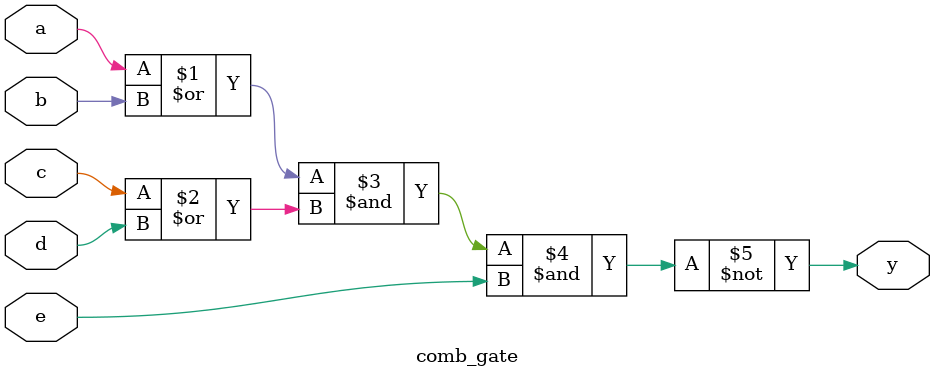
<source format=v>
module comb_gate (a, b, c, d, e, y);
    input a, b, c, d, e;
    output y;

    assign y = ~((a | b) & (c | d) & e);
    
endmodule
</source>
